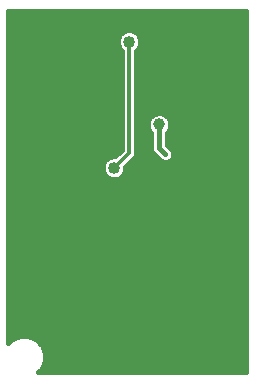
<source format=gbl>
G75*
%MOIN*%
%OFA0B0*%
%FSLAX25Y25*%
%IPPOS*%
%LPD*%
%AMOC8*
5,1,8,0,0,1.08239X$1,22.5*
%
%ADD10C,0.01200*%
%ADD11C,0.04000*%
%ADD12C,0.01600*%
%ADD13C,0.03962*%
D10*
X0046800Y0079800D02*
X0051800Y0084800D01*
X0051800Y0121800D01*
D11*
X0051800Y0121800D03*
X0046800Y0079800D03*
D12*
X0011600Y0131961D02*
X0011600Y0021450D01*
X0012854Y0022705D01*
X0015414Y0023765D01*
X0018185Y0023765D01*
X0020746Y0022705D01*
X0022705Y0020746D01*
X0023765Y0018185D01*
X0023765Y0015414D01*
X0022705Y0012854D01*
X0021450Y0011600D01*
X0090701Y0011600D01*
X0090701Y0131961D01*
X0011600Y0131961D01*
X0011600Y0131484D02*
X0090701Y0131484D01*
X0090701Y0129885D02*
X0011600Y0129885D01*
X0011600Y0128287D02*
X0090701Y0128287D01*
X0090701Y0126688D02*
X0011600Y0126688D01*
X0011600Y0125090D02*
X0049813Y0125090D01*
X0049647Y0125021D02*
X0048579Y0123953D01*
X0048000Y0122556D01*
X0048000Y0121044D01*
X0048579Y0119647D01*
X0049400Y0118826D01*
X0049400Y0085794D01*
X0047206Y0083600D01*
X0046044Y0083600D01*
X0044647Y0083021D01*
X0043579Y0081953D01*
X0043000Y0080556D01*
X0043000Y0079044D01*
X0043579Y0077647D01*
X0044647Y0076579D01*
X0046044Y0076000D01*
X0047556Y0076000D01*
X0048953Y0076579D01*
X0050021Y0077647D01*
X0050600Y0079044D01*
X0050600Y0080206D01*
X0053159Y0082765D01*
X0053835Y0083441D01*
X0054200Y0084323D01*
X0054200Y0118826D01*
X0055021Y0119647D01*
X0055600Y0121044D01*
X0055600Y0122556D01*
X0055021Y0123953D01*
X0053953Y0125021D01*
X0052556Y0125600D01*
X0051044Y0125600D01*
X0049647Y0125021D01*
X0048387Y0123491D02*
X0011600Y0123491D01*
X0011600Y0121893D02*
X0048000Y0121893D01*
X0048311Y0120294D02*
X0011600Y0120294D01*
X0011600Y0118696D02*
X0049400Y0118696D01*
X0049400Y0117097D02*
X0011600Y0117097D01*
X0011600Y0115499D02*
X0049400Y0115499D01*
X0049400Y0113900D02*
X0011600Y0113900D01*
X0011600Y0112302D02*
X0049400Y0112302D01*
X0049400Y0110703D02*
X0011600Y0110703D01*
X0011600Y0109105D02*
X0049400Y0109105D01*
X0049400Y0107506D02*
X0011600Y0107506D01*
X0011600Y0105908D02*
X0049400Y0105908D01*
X0049400Y0104309D02*
X0011600Y0104309D01*
X0011600Y0102711D02*
X0049400Y0102711D01*
X0049400Y0101112D02*
X0011600Y0101112D01*
X0011600Y0099514D02*
X0049400Y0099514D01*
X0049400Y0097915D02*
X0011600Y0097915D01*
X0011600Y0096317D02*
X0049400Y0096317D01*
X0049400Y0094718D02*
X0011600Y0094718D01*
X0011600Y0093120D02*
X0049400Y0093120D01*
X0049400Y0091521D02*
X0011600Y0091521D01*
X0011600Y0089923D02*
X0049400Y0089923D01*
X0049400Y0088324D02*
X0011600Y0088324D01*
X0011600Y0086726D02*
X0049400Y0086726D01*
X0048733Y0085127D02*
X0011600Y0085127D01*
X0011600Y0083529D02*
X0045872Y0083529D01*
X0043569Y0081930D02*
X0011600Y0081930D01*
X0011600Y0080332D02*
X0043000Y0080332D01*
X0043129Y0078733D02*
X0011600Y0078733D01*
X0011600Y0077134D02*
X0044091Y0077134D01*
X0049509Y0077134D02*
X0090701Y0077134D01*
X0090701Y0075536D02*
X0011600Y0075536D01*
X0011600Y0073937D02*
X0090701Y0073937D01*
X0090701Y0072339D02*
X0011600Y0072339D01*
X0011600Y0070740D02*
X0090701Y0070740D01*
X0090701Y0069142D02*
X0011600Y0069142D01*
X0011600Y0067543D02*
X0090701Y0067543D01*
X0090701Y0065945D02*
X0011600Y0065945D01*
X0011600Y0064346D02*
X0090701Y0064346D01*
X0090701Y0062748D02*
X0011600Y0062748D01*
X0011600Y0061149D02*
X0090701Y0061149D01*
X0090701Y0059551D02*
X0011600Y0059551D01*
X0011600Y0057952D02*
X0090701Y0057952D01*
X0090701Y0056354D02*
X0011600Y0056354D01*
X0011600Y0054755D02*
X0090701Y0054755D01*
X0090701Y0053157D02*
X0011600Y0053157D01*
X0011600Y0051558D02*
X0090701Y0051558D01*
X0090701Y0049960D02*
X0011600Y0049960D01*
X0011600Y0048361D02*
X0090701Y0048361D01*
X0090701Y0046763D02*
X0011600Y0046763D01*
X0011600Y0045164D02*
X0090701Y0045164D01*
X0090701Y0043566D02*
X0011600Y0043566D01*
X0011600Y0041967D02*
X0090701Y0041967D01*
X0090701Y0040369D02*
X0011600Y0040369D01*
X0011600Y0038770D02*
X0090701Y0038770D01*
X0090701Y0037172D02*
X0011600Y0037172D01*
X0011600Y0035573D02*
X0090701Y0035573D01*
X0090701Y0033975D02*
X0011600Y0033975D01*
X0011600Y0032376D02*
X0090701Y0032376D01*
X0090701Y0030778D02*
X0011600Y0030778D01*
X0011600Y0029179D02*
X0090701Y0029179D01*
X0090701Y0027581D02*
X0011600Y0027581D01*
X0011600Y0025982D02*
X0090701Y0025982D01*
X0090701Y0024384D02*
X0011600Y0024384D01*
X0011600Y0022785D02*
X0013048Y0022785D01*
X0020552Y0022785D02*
X0090701Y0022785D01*
X0090701Y0021187D02*
X0022264Y0021187D01*
X0023184Y0019588D02*
X0090701Y0019588D01*
X0090701Y0017990D02*
X0023765Y0017990D01*
X0023765Y0016391D02*
X0090701Y0016391D01*
X0090701Y0014793D02*
X0023508Y0014793D01*
X0022846Y0013194D02*
X0090701Y0013194D01*
X0090701Y0078733D02*
X0050471Y0078733D01*
X0050726Y0080332D02*
X0090701Y0080332D01*
X0090701Y0081930D02*
X0064973Y0081930D01*
X0065373Y0082096D02*
X0064417Y0081700D01*
X0063383Y0081700D01*
X0062427Y0082096D01*
X0059596Y0084927D01*
X0059200Y0085883D01*
X0059200Y0091553D01*
X0058595Y0092158D01*
X0058019Y0093548D01*
X0058019Y0095052D01*
X0058595Y0096442D01*
X0059658Y0097505D01*
X0061048Y0098081D01*
X0062552Y0098081D01*
X0063942Y0097505D01*
X0065005Y0096442D01*
X0065581Y0095052D01*
X0065581Y0093548D01*
X0065005Y0092158D01*
X0064400Y0091553D01*
X0064400Y0087477D01*
X0066104Y0085773D01*
X0066500Y0084817D01*
X0066500Y0083783D01*
X0066104Y0082827D01*
X0065373Y0082096D01*
X0066395Y0083529D02*
X0090701Y0083529D01*
X0090701Y0085127D02*
X0066372Y0085127D01*
X0065151Y0086726D02*
X0090701Y0086726D01*
X0090701Y0088324D02*
X0064400Y0088324D01*
X0064400Y0089923D02*
X0090701Y0089923D01*
X0090701Y0091521D02*
X0064400Y0091521D01*
X0065404Y0093120D02*
X0090701Y0093120D01*
X0090701Y0094718D02*
X0065581Y0094718D01*
X0065057Y0096317D02*
X0090701Y0096317D01*
X0090701Y0097915D02*
X0062953Y0097915D01*
X0060647Y0097915D02*
X0054200Y0097915D01*
X0054200Y0096317D02*
X0058543Y0096317D01*
X0058019Y0094718D02*
X0054200Y0094718D01*
X0054200Y0093120D02*
X0058196Y0093120D01*
X0059200Y0091521D02*
X0054200Y0091521D01*
X0054200Y0089923D02*
X0059200Y0089923D01*
X0059200Y0088324D02*
X0054200Y0088324D01*
X0054200Y0086726D02*
X0059200Y0086726D01*
X0059513Y0085127D02*
X0054200Y0085127D01*
X0053871Y0083529D02*
X0060995Y0083529D01*
X0062827Y0081930D02*
X0052324Y0081930D01*
X0061800Y0086400D02*
X0063900Y0084300D01*
X0061800Y0086400D02*
X0061800Y0094300D01*
X0054200Y0099514D02*
X0090701Y0099514D01*
X0090701Y0101112D02*
X0054200Y0101112D01*
X0054200Y0102711D02*
X0090701Y0102711D01*
X0090701Y0104309D02*
X0054200Y0104309D01*
X0054200Y0105908D02*
X0090701Y0105908D01*
X0090701Y0107506D02*
X0054200Y0107506D01*
X0054200Y0109105D02*
X0090701Y0109105D01*
X0090701Y0110703D02*
X0054200Y0110703D01*
X0054200Y0112302D02*
X0090701Y0112302D01*
X0090701Y0113900D02*
X0054200Y0113900D01*
X0054200Y0115499D02*
X0090701Y0115499D01*
X0090701Y0117097D02*
X0054200Y0117097D01*
X0054200Y0118696D02*
X0090701Y0118696D01*
X0090701Y0120294D02*
X0055289Y0120294D01*
X0055600Y0121893D02*
X0090701Y0121893D01*
X0090701Y0123491D02*
X0055213Y0123491D01*
X0053787Y0125090D02*
X0090701Y0125090D01*
D13*
X0081800Y0086800D03*
X0061800Y0094300D03*
X0046800Y0089300D03*
X0046800Y0054300D03*
X0016800Y0109300D03*
M02*

</source>
